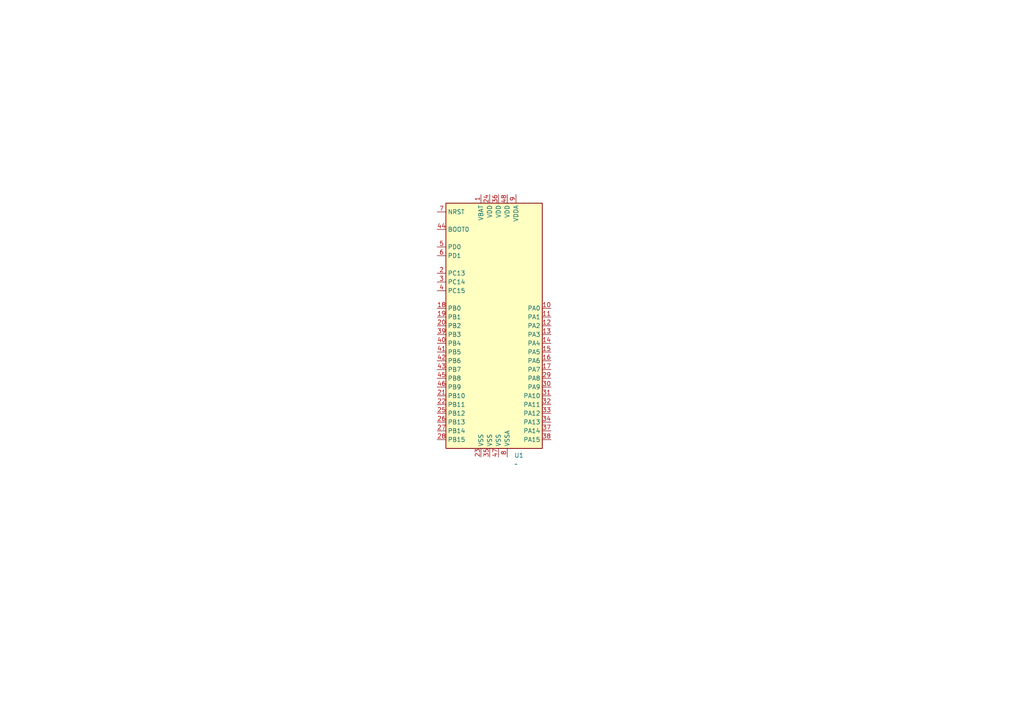
<source format=kicad_sch>
(kicad_sch (version 20211123) (generator eeschema)
  (paper "A4")
  (lib_symbols
    (symbol "MCU_ST_STM32F1:STM32F103C8Tx"
      (property "Reference" "U" (at -15.24 36.83 0))
      (property "Value" "STM32F103C8Tx" (at 7.62 36.83 0))
      (symbol "STM32F103C8Tx_0_1"
        (rectangle (start -15.24 -35.56) (end 12.7 35.56) (stroke (width 0.254)) (fill (type background)))
      )
      (symbol "STM32F103C8Tx_1_1"
        (pin power_in line (at -5.08 38.1 270) (length 2.54) (name "VBAT") (number "1"))
        (pin bidirectional line (at 15.24 5.08 180) (length 2.54) (name "PA0") (number "10"))
        (pin bidirectional line (at 15.24 2.54 180) (length 2.54) (name "PA1") (number "11"))
        (pin bidirectional line (at 15.24 0 180) (length 2.54) (name "PA2") (number "12"))
        (pin bidirectional line (at 15.24 -2.54 180) (length 2.54) (name "PA3") (number "13"))
        (pin bidirectional line (at 15.24 -5.08 180) (length 2.54) (name "PA4") (number "14"))
        (pin bidirectional line (at 15.24 -7.62 180) (length 2.54) (name "PA5") (number "15"))
        (pin bidirectional line (at 15.24 -10.16 180) (length 2.54) (name "PA6") (number "16"))
        (pin bidirectional line (at 15.24 -12.7 180) (length 2.54) (name "PA7") (number "17"))
        (pin bidirectional line (at -17.78 5.08 0) (length 2.54) (name "PB0") (number "18"))
        (pin bidirectional line (at -17.78 2.54 0) (length 2.54) (name "PB1") (number "19"))
        (pin bidirectional line (at -17.78 15.24 0) (length 2.54) (name "PC13") (number "2"))
        (pin bidirectional line (at -17.78 0 0) (length 2.54) (name "PB2") (number "20"))
        (pin bidirectional line (at -17.78 -20.32 0) (length 2.54) (name "PB10") (number "21"))
        (pin bidirectional line (at -17.78 -22.86 0) (length 2.54) (name "PB11") (number "22"))
        (pin power_in line (at -5.08 -38.1 90) (length 2.54) (name "VSS") (number "23"))
        (pin power_in line (at -2.54 38.1 270) (length 2.54) (name "VDD") (number "24"))
        (pin bidirectional line (at -17.78 -25.4 0) (length 2.54) (name "PB12") (number "25"))
        (pin bidirectional line (at -17.78 -27.94 0) (length 2.54) (name "PB13") (number "26"))
        (pin bidirectional line (at -17.78 -30.48 0) (length 2.54) (name "PB14") (number "27"))
        (pin bidirectional line (at -17.78 -33.02 0) (length 2.54) (name "PB15") (number "28"))
        (pin bidirectional line (at 15.24 -15.24 180) (length 2.54) (name "PA8") (number "29"))
        (pin bidirectional line (at -17.78 12.7 0) (length 2.54) (name "PC14") (number "3"))
        (pin bidirectional line (at 15.24 -17.78 180) (length 2.54) (name "PA9") (number "30"))
        (pin bidirectional line (at 15.24 -20.32 180) (length 2.54) (name "PA10") (number "31"))
        (pin bidirectional line (at 15.24 -22.86 180) (length 2.54) (name "PA11") (number "32"))
        (pin bidirectional line (at 15.24 -25.4 180) (length 2.54) (name "PA12") (number "33"))
        (pin bidirectional line (at 15.24 -27.94 180) (length 2.54) (name "PA13") (number "34"))
        (pin power_in line (at -2.54 -38.1 90) (length 2.54) (name "VSS") (number "35"))
        (pin power_in line (at 0 38.1 270) (length 2.54) (name "VDD") (number "36"))
        (pin bidirectional line (at 15.24 -30.48 180) (length 2.54) (name "PA14") (number "37"))
        (pin bidirectional line (at 15.24 -33.02 180) (length 2.54) (name "PA15") (number "38"))
        (pin bidirectional line (at -17.78 -2.54 0) (length 2.54) (name "PB3") (number "39"))
        (pin bidirectional line (at -17.78 10.16 0) (length 2.54) (name "PC15") (number "4"))
        (pin bidirectional line (at -17.78 -5.08 0) (length 2.54) (name "PB4") (number "40"))
        (pin bidirectional line (at -17.78 -7.62 0) (length 2.54) (name "PB5") (number "41"))
        (pin bidirectional line (at -17.78 -10.16 0) (length 2.54) (name "PB6") (number "42"))
        (pin bidirectional line (at -17.78 -12.7 0) (length 2.54) (name "PB7") (number "43"))
        (pin input line (at -17.78 27.94 0) (length 2.54) (name "BOOT0") (number "44"))
        (pin bidirectional line (at -17.78 -15.24 0) (length 2.54) (name "PB8") (number "45"))
        (pin bidirectional line (at -17.78 -17.78 0) (length 2.54) (name "PB9") (number "46"))
        (pin power_in line (at 0 -38.1 90) (length 2.54) (name "VSS") (number "47"))
        (pin power_in line (at 2.54 38.1 270) (length 2.54) (name "VDD") (number "48"))
        (pin input line (at -17.78 22.86 0) (length 2.54) (name "PD0") (number "5"))
        (pin input line (at -17.78 20.32 0) (length 2.54) (name "PD1") (number "6"))
        (pin input line (at -17.78 33.02 0) (length 2.54) (name "NRST") (number "7"))
        (pin power_in line (at 2.54 -38.1 90) (length 2.54) (name "VSSA") (number "8"))
        (pin power_in line (at 5.08 38.1 270) (length 2.54) (name "VDDA") (number "9"))
      )
    )
  )
  (symbol (lib_id "MCU_ST_STM32F1:STM32F103C8Tx") (at 144.5768 94.488 0) (unit 1)
    (property "Reference" "U1" (at 149.1362 132.08 0) (effects (justify left)))
    (property "Value" "~" (at 149.1362 134.62 0) (effects (justify left)))
    (property "Datasheet" "http://www.st.com/st-web-ui/static/active/en/resource/technical/document/datasheet/CD00161566.pdf" (effects hide))
  )
)
</source>
